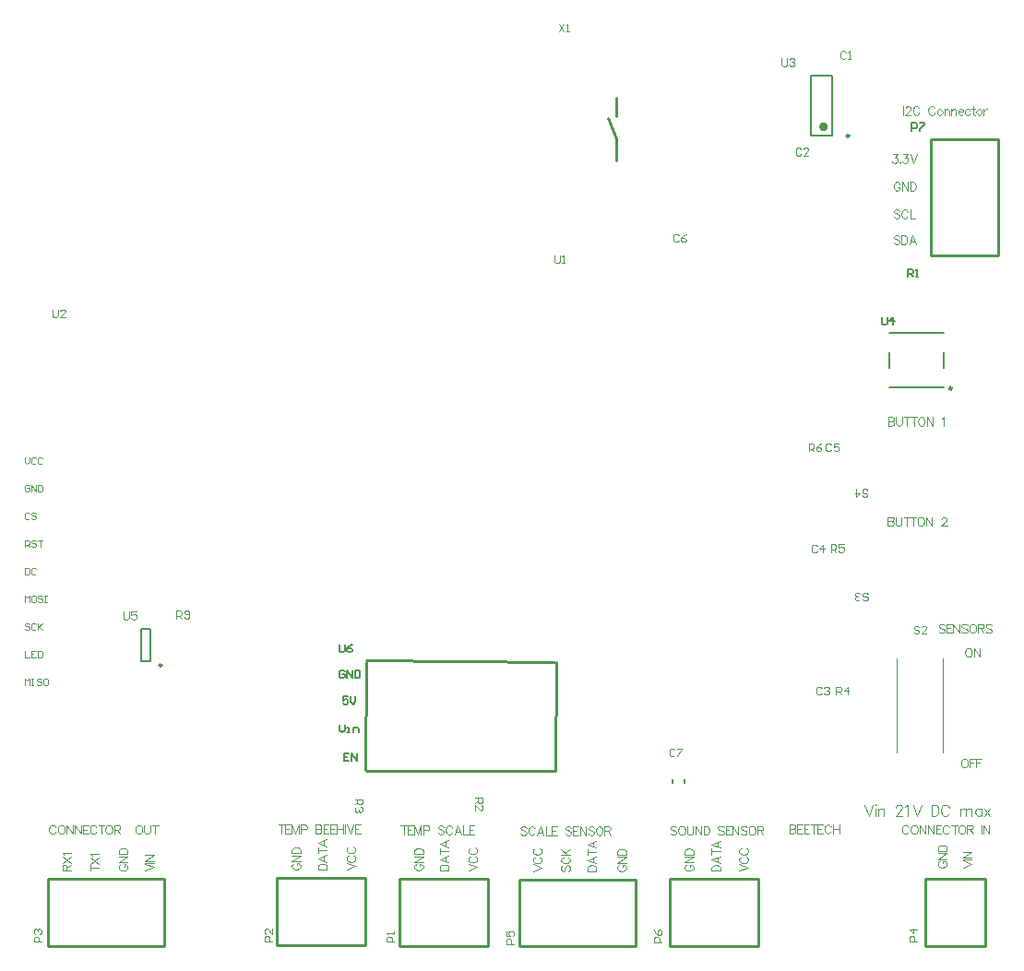
<source format=gto>
G04*
G04 #@! TF.GenerationSoftware,Altium Limited,Altium Designer,21.0.9 (235)*
G04*
G04 Layer_Color=65535*
%FSLAX44Y44*%
%MOMM*%
G71*
G04*
G04 #@! TF.SameCoordinates,C4A1923E-E4D0-4F42-82A5-F12B5E4C3A78*
G04*
G04*
G04 #@! TF.FilePolarity,Positive*
G04*
G01*
G75*
%ADD10C,0.2500*%
%ADD11C,0.4000*%
%ADD12C,0.2540*%
%ADD13C,0.2000*%
%ADD14C,0.1270*%
%ADD15C,0.1000*%
%ADD16C,0.1500*%
D10*
X854194Y512988D02*
G03*
X854194Y512988I-1250J0D01*
G01*
X759900Y744830D02*
G03*
X759900Y744830I-1250J0D01*
G01*
X128868Y258864D02*
G03*
X128868Y258864I-1250J0D01*
G01*
D11*
X738150Y753130D02*
G03*
X738150Y753130I-2000J0D01*
G01*
D12*
X545728Y722642D02*
Y742392D01*
X538228Y761142D02*
X545728Y742392D01*
Y763142D02*
Y779642D01*
X316674Y262936D02*
X489074Y261936D01*
X316674Y161936D02*
X490074D01*
Y162536D02*
X490650Y261921D01*
X316074Y162536D02*
X316651Y261921D01*
X834898Y635108D02*
X896620D01*
X834898Y741788D02*
X896620D01*
Y635108D02*
Y741788D01*
X834898Y635108D02*
Y741788D01*
X829264Y62984D02*
X884890D01*
X829264Y1262D02*
X884890D01*
Y62984D01*
X829264Y1262D02*
Y62984D01*
X24712Y1012D02*
Y62734D01*
X131392Y1012D02*
Y62734D01*
X24712Y1012D02*
X131392D01*
X24712Y62734D02*
X131392D01*
X234737Y1512D02*
Y63234D01*
X316017Y1512D02*
Y63234D01*
X234737Y1512D02*
X316017D01*
X234737Y63234D02*
X316017D01*
X347210Y1262D02*
Y62984D01*
X428490Y1262D02*
Y62984D01*
X347210Y1262D02*
X428490D01*
X347210Y62984D02*
X428490D01*
X457310Y62234D02*
X563990D01*
X457310Y512D02*
X563990D01*
Y62234D01*
X457310Y512D02*
Y62234D01*
X594860Y62484D02*
X676140D01*
X594860Y762D02*
X676140D01*
Y62484D01*
X594860Y762D02*
Y62484D01*
D13*
X608496Y150900D02*
Y153900D01*
X597496Y150900D02*
Y153900D01*
X744150Y745130D02*
Y800130D01*
X724650Y745130D02*
Y800130D01*
Y745130D02*
X744150D01*
X724650Y800130D02*
X744150D01*
X109618Y262114D02*
Y292114D01*
X118618Y262114D02*
Y292114D01*
X109618D02*
X118618D01*
X109618Y262114D02*
X118618D01*
D14*
X846944Y531988D02*
Y545988D01*
X796944Y531988D02*
Y545988D01*
Y513988D02*
X846944D01*
X796944Y563988D02*
X846944D01*
D15*
X845976Y178314D02*
Y265314D01*
X802976Y178314D02*
Y265314D01*
X493377Y847641D02*
X498042Y840643D01*
Y847641D02*
X493377Y840643D01*
X500375D02*
X502707D01*
X501541D01*
Y847641D01*
X500375Y846475D01*
X773922Y130632D02*
X777731Y120634D01*
X781539Y130632D02*
X777731Y120634D01*
X783777Y130632D02*
X784253Y130156D01*
X784729Y130632D01*
X784253Y131108D01*
X783777Y130632D01*
X784253Y127299D02*
Y120634D01*
X786491Y127299D02*
Y120634D01*
Y125395D02*
X787919Y126823D01*
X788871Y127299D01*
X790299D01*
X791252Y126823D01*
X791728Y125395D01*
Y120634D01*
X802678Y128251D02*
Y128728D01*
X803154Y129680D01*
X803630Y130156D01*
X804582Y130632D01*
X806486D01*
X807439Y130156D01*
X807915Y129680D01*
X808391Y128728D01*
Y127775D01*
X807915Y126823D01*
X806963Y125395D01*
X802202Y120634D01*
X808867D01*
X811105Y128728D02*
X812057Y129204D01*
X813485Y130632D01*
Y120634D01*
X818436Y130632D02*
X822245Y120634D01*
X826054Y130632D02*
X822245Y120634D01*
X835195Y130632D02*
Y120634D01*
Y130632D02*
X838527D01*
X839956Y130156D01*
X840908Y129204D01*
X841384Y128251D01*
X841860Y126823D01*
Y124443D01*
X841384Y123014D01*
X840908Y122062D01*
X839956Y121110D01*
X838527Y120634D01*
X835195D01*
X851239Y128251D02*
X850763Y129204D01*
X849810Y130156D01*
X848858Y130632D01*
X846954D01*
X846002Y130156D01*
X845050Y129204D01*
X844574Y128251D01*
X844097Y126823D01*
Y124443D01*
X844574Y123014D01*
X845050Y122062D01*
X846002Y121110D01*
X846954Y120634D01*
X848858D01*
X849810Y121110D01*
X850763Y122062D01*
X851239Y123014D01*
X861903Y127299D02*
Y120634D01*
Y125395D02*
X863331Y126823D01*
X864284Y127299D01*
X865712D01*
X866664Y126823D01*
X867140Y125395D01*
Y120634D01*
Y125395D02*
X868568Y126823D01*
X869520Y127299D01*
X870949D01*
X871901Y126823D01*
X872377Y125395D01*
Y120634D01*
X881232Y127299D02*
Y120634D01*
Y125871D02*
X880280Y126823D01*
X879328Y127299D01*
X877900D01*
X876947Y126823D01*
X875995Y125871D01*
X875519Y124443D01*
Y123490D01*
X875995Y122062D01*
X876947Y121110D01*
X877900Y120634D01*
X879328D01*
X880280Y121110D01*
X881232Y122062D01*
X883898Y127299D02*
X889135Y120634D01*
Y127299D02*
X883898Y120634D01*
X799738Y727976D02*
X803928D01*
X801643Y724929D01*
X802785D01*
X803547Y724548D01*
X803928Y724167D01*
X804309Y723024D01*
Y722263D01*
X803928Y721120D01*
X803166Y720358D01*
X802023Y719977D01*
X800881D01*
X799738Y720358D01*
X799357Y720739D01*
X798976Y721501D01*
X806479Y720739D02*
X806099Y720358D01*
X806479Y719977D01*
X806860Y720358D01*
X806479Y720739D01*
X809374Y727976D02*
X813564D01*
X811279Y724929D01*
X812421D01*
X813183Y724548D01*
X813564Y724167D01*
X813945Y723024D01*
Y722263D01*
X813564Y721120D01*
X812802Y720358D01*
X811659Y719977D01*
X810517D01*
X809374Y720358D01*
X808993Y720739D01*
X808612Y721501D01*
X815735Y727976D02*
X818782Y719977D01*
X821829Y727976D02*
X818782Y719977D01*
X806305Y700622D02*
X805924Y701384D01*
X805162Y702145D01*
X804401Y702526D01*
X802877D01*
X802115Y702145D01*
X801354Y701384D01*
X800973Y700622D01*
X800592Y699479D01*
Y697575D01*
X800973Y696432D01*
X801354Y695671D01*
X802115Y694909D01*
X802877Y694528D01*
X804401D01*
X805162Y694909D01*
X805924Y695671D01*
X806305Y696432D01*
Y697575D01*
X804401D02*
X806305D01*
X808133Y702526D02*
Y694528D01*
Y702526D02*
X813465Y694528D01*
Y702526D02*
Y694528D01*
X815675Y702526D02*
Y694528D01*
Y702526D02*
X818341D01*
X819483Y702145D01*
X820245Y701384D01*
X820626Y700622D01*
X821007Y699479D01*
Y697575D01*
X820626Y696432D01*
X820245Y695671D01*
X819483Y694909D01*
X818341Y694528D01*
X815675D01*
X805924Y675984D02*
X805162Y676745D01*
X804020Y677126D01*
X802496D01*
X801354Y676745D01*
X800592Y675984D01*
Y675222D01*
X800973Y674460D01*
X801354Y674079D01*
X802115Y673698D01*
X804401Y672937D01*
X805162Y672556D01*
X805543Y672175D01*
X805924Y671413D01*
Y670271D01*
X805162Y669509D01*
X804020Y669128D01*
X802496D01*
X801354Y669509D01*
X800592Y670271D01*
X813427Y675222D02*
X813046Y675984D01*
X812285Y676745D01*
X811523Y677126D01*
X809999D01*
X809238Y676745D01*
X808476Y675984D01*
X808095Y675222D01*
X807714Y674079D01*
Y672175D01*
X808095Y671032D01*
X808476Y670271D01*
X809238Y669509D01*
X809999Y669128D01*
X811523D01*
X812285Y669509D01*
X813046Y670271D01*
X813427Y671032D01*
X815675Y677126D02*
Y669128D01*
X820245D01*
X805924Y652254D02*
X805162Y653015D01*
X804020Y653396D01*
X802496D01*
X801354Y653015D01*
X800592Y652254D01*
Y651492D01*
X800973Y650730D01*
X801354Y650349D01*
X802115Y649968D01*
X804401Y649207D01*
X805162Y648826D01*
X805543Y648445D01*
X805924Y647683D01*
Y646541D01*
X805162Y645779D01*
X804020Y645398D01*
X802496D01*
X801354Y645779D01*
X800592Y646541D01*
X807714Y653396D02*
Y645398D01*
Y653396D02*
X810380D01*
X811523Y653015D01*
X812285Y652254D01*
X812666Y651492D01*
X813046Y650349D01*
Y648445D01*
X812666Y647302D01*
X812285Y646541D01*
X811523Y645779D01*
X810380Y645398D01*
X807714D01*
X820930D02*
X817884Y653396D01*
X814837Y645398D01*
X815979Y648064D02*
X819788D01*
X809482Y772014D02*
Y764016D01*
X811539Y770110D02*
Y770491D01*
X811920Y771253D01*
X812300Y771633D01*
X813062Y772014D01*
X814586D01*
X815347Y771633D01*
X815728Y771253D01*
X816109Y770491D01*
Y769729D01*
X815728Y768967D01*
X814967Y767825D01*
X811158Y764016D01*
X816490D01*
X823993Y770110D02*
X823612Y770872D01*
X822851Y771633D01*
X822089Y772014D01*
X820565D01*
X819804Y771633D01*
X819042Y770872D01*
X818661Y770110D01*
X818280Y768967D01*
Y767063D01*
X818661Y765920D01*
X819042Y765159D01*
X819804Y764397D01*
X820565Y764016D01*
X822089D01*
X822851Y764397D01*
X823612Y765159D01*
X823993Y765920D01*
X838238Y770110D02*
X837857Y770872D01*
X837095Y771633D01*
X836333Y772014D01*
X834810D01*
X834048Y771633D01*
X833286Y770872D01*
X832906Y770110D01*
X832525Y768967D01*
Y767063D01*
X832906Y765920D01*
X833286Y765159D01*
X834048Y764397D01*
X834810Y764016D01*
X836333D01*
X837095Y764397D01*
X837857Y765159D01*
X838238Y765920D01*
X842389Y769348D02*
X841628Y768967D01*
X840866Y768206D01*
X840485Y767063D01*
Y766301D01*
X840866Y765159D01*
X841628Y764397D01*
X842389Y764016D01*
X843532D01*
X844294Y764397D01*
X845055Y765159D01*
X845436Y766301D01*
Y767063D01*
X845055Y768206D01*
X844294Y768967D01*
X843532Y769348D01*
X842389D01*
X847188D02*
Y764016D01*
Y767825D02*
X848331Y768967D01*
X849093Y769348D01*
X850235D01*
X850997Y768967D01*
X851378Y767825D01*
Y764016D01*
X853473Y769348D02*
Y764016D01*
Y767825D02*
X854615Y768967D01*
X855377Y769348D01*
X856520D01*
X857281Y768967D01*
X857662Y767825D01*
Y764016D01*
X859757Y767063D02*
X864327D01*
Y767825D01*
X863947Y768586D01*
X863566Y768967D01*
X862804Y769348D01*
X861661D01*
X860900Y768967D01*
X860138Y768206D01*
X859757Y767063D01*
Y766301D01*
X860138Y765159D01*
X860900Y764397D01*
X861661Y764016D01*
X862804D01*
X863566Y764397D01*
X864327Y765159D01*
X870612Y768206D02*
X869850Y768967D01*
X869088Y769348D01*
X867946D01*
X867184Y768967D01*
X866422Y768206D01*
X866041Y767063D01*
Y766301D01*
X866422Y765159D01*
X867184Y764397D01*
X867946Y764016D01*
X869088D01*
X869850Y764397D01*
X870612Y765159D01*
X873468Y772014D02*
Y765539D01*
X873849Y764397D01*
X874611Y764016D01*
X875373D01*
X872326Y769348D02*
X874992D01*
X878420D02*
X877658Y768967D01*
X876896Y768206D01*
X876515Y767063D01*
Y766301D01*
X876896Y765159D01*
X877658Y764397D01*
X878420Y764016D01*
X879562D01*
X880324Y764397D01*
X881086Y765159D01*
X881467Y766301D01*
Y767063D01*
X881086Y768206D01*
X880324Y768967D01*
X879562Y769348D01*
X878420D01*
X883219D02*
Y764016D01*
Y767063D02*
X883599Y768206D01*
X884361Y768967D01*
X885123Y769348D01*
X886266D01*
X3302Y240538D02*
Y246536D01*
X5301Y244537D01*
X7301Y246536D01*
Y240538D01*
X9300Y246536D02*
X11299D01*
X10300D01*
Y240538D01*
X9300D01*
X11299D01*
X18297Y245536D02*
X17298Y246536D01*
X15298D01*
X14298Y245536D01*
Y244537D01*
X15298Y243537D01*
X17298D01*
X18297Y242537D01*
Y241538D01*
X17298Y240538D01*
X15298D01*
X14298Y241538D01*
X23296Y246536D02*
X21296D01*
X20296Y245536D01*
Y241538D01*
X21296Y240538D01*
X23296D01*
X24295Y241538D01*
Y245536D01*
X23296Y246536D01*
X3302Y316738D02*
Y322736D01*
X5301Y320737D01*
X7301Y322736D01*
Y316738D01*
X12299Y322736D02*
X10300D01*
X9300Y321736D01*
Y317738D01*
X10300Y316738D01*
X12299D01*
X13299Y317738D01*
Y321736D01*
X12299Y322736D01*
X19297Y321736D02*
X18297Y322736D01*
X16298D01*
X15298Y321736D01*
Y320737D01*
X16298Y319737D01*
X18297D01*
X19297Y318737D01*
Y317738D01*
X18297Y316738D01*
X16298D01*
X15298Y317738D01*
X21296Y322736D02*
X23296D01*
X22296D01*
Y316738D01*
X21296D01*
X23296D01*
X7301Y296336D02*
X6301Y297336D01*
X4302D01*
X3302Y296336D01*
Y295337D01*
X4302Y294337D01*
X6301D01*
X7301Y293337D01*
Y292338D01*
X6301Y291338D01*
X4302D01*
X3302Y292338D01*
X13299Y296336D02*
X12299Y297336D01*
X10300D01*
X9300Y296336D01*
Y292338D01*
X10300Y291338D01*
X12299D01*
X13299Y292338D01*
X15298Y297336D02*
Y291338D01*
Y293337D01*
X19297Y297336D01*
X16298Y294337D01*
X19297Y291338D01*
X3302Y271936D02*
Y265938D01*
X7301D01*
X13299Y271936D02*
X9300D01*
Y265938D01*
X13299D01*
X9300Y268937D02*
X11299D01*
X15298Y271936D02*
Y265938D01*
X18297D01*
X19297Y266938D01*
Y270936D01*
X18297Y271936D01*
X15298D01*
X7301Y397936D02*
X6301Y398936D01*
X4302D01*
X3302Y397936D01*
Y393938D01*
X4302Y392938D01*
X6301D01*
X7301Y393938D01*
X13299Y397936D02*
X12299Y398936D01*
X10300D01*
X9300Y397936D01*
Y396937D01*
X10300Y395937D01*
X12299D01*
X13299Y394937D01*
Y393938D01*
X12299Y392938D01*
X10300D01*
X9300Y393938D01*
X7301Y423336D02*
X6301Y424336D01*
X4302D01*
X3302Y423336D01*
Y419338D01*
X4302Y418338D01*
X6301D01*
X7301Y419338D01*
Y421337D01*
X5301D01*
X9300Y418338D02*
Y424336D01*
X13299Y418338D01*
Y424336D01*
X15298D02*
Y418338D01*
X18297D01*
X19297Y419338D01*
Y423336D01*
X18297Y424336D01*
X15298D01*
X3302Y449736D02*
Y445737D01*
X5301Y443738D01*
X7301Y445737D01*
Y449736D01*
X13299Y448736D02*
X12299Y449736D01*
X10300D01*
X9300Y448736D01*
Y444738D01*
X10300Y443738D01*
X12299D01*
X13299Y444738D01*
X19297Y448736D02*
X18297Y449736D01*
X16298D01*
X15298Y448736D01*
Y444738D01*
X16298Y443738D01*
X18297D01*
X19297Y444738D01*
X3302Y367538D02*
Y373536D01*
X6301D01*
X7301Y372536D01*
Y370537D01*
X6301Y369537D01*
X3302D01*
X5301D02*
X7301Y367538D01*
X13299Y372536D02*
X12299Y373536D01*
X10300D01*
X9300Y372536D01*
Y371537D01*
X10300Y370537D01*
X12299D01*
X13299Y369537D01*
Y368538D01*
X12299Y367538D01*
X10300D01*
X9300Y368538D01*
X15298Y373536D02*
X19297D01*
X17298D01*
Y367538D01*
X3302Y348136D02*
Y342138D01*
X6301D01*
X7301Y343138D01*
Y347136D01*
X6301Y348136D01*
X3302D01*
X13299Y347136D02*
X12299Y348136D01*
X10300D01*
X9300Y347136D01*
Y343138D01*
X10300Y342138D01*
X12299D01*
X13299Y343138D01*
X864919Y172828D02*
X864157Y172447D01*
X863396Y171686D01*
X863015Y170924D01*
X862634Y169781D01*
Y167877D01*
X863015Y166734D01*
X863396Y165973D01*
X864157Y165211D01*
X864919Y164830D01*
X866443D01*
X867204Y165211D01*
X867966Y165973D01*
X868347Y166734D01*
X868728Y167877D01*
Y169781D01*
X868347Y170924D01*
X867966Y171686D01*
X867204Y172447D01*
X866443Y172828D01*
X864919D01*
X870594D02*
Y164830D01*
Y172828D02*
X875546D01*
X870594Y169020D02*
X873641D01*
X876460Y172828D02*
Y164830D01*
Y172828D02*
X881411D01*
X876460Y169020D02*
X879507D01*
X868419Y274312D02*
X867657Y273931D01*
X866896Y273170D01*
X866515Y272408D01*
X866134Y271265D01*
Y269361D01*
X866515Y268218D01*
X866896Y267457D01*
X867657Y266695D01*
X868419Y266314D01*
X869943D01*
X870704Y266695D01*
X871466Y267457D01*
X871847Y268218D01*
X872228Y269361D01*
Y271265D01*
X871847Y272408D01*
X871466Y273170D01*
X870704Y273931D01*
X869943Y274312D01*
X868419D01*
X874094D02*
Y266314D01*
Y274312D02*
X879426Y266314D01*
Y274312D02*
Y266314D01*
X847326Y295491D02*
X846564Y296253D01*
X845422Y296633D01*
X843898D01*
X842756Y296253D01*
X841994Y295491D01*
Y294729D01*
X842375Y293967D01*
X842756Y293587D01*
X843518Y293206D01*
X845803Y292444D01*
X846564Y292063D01*
X846945Y291682D01*
X847326Y290920D01*
Y289778D01*
X846564Y289016D01*
X845422Y288635D01*
X843898D01*
X842756Y289016D01*
X841994Y289778D01*
X854068Y296633D02*
X849116D01*
Y288635D01*
X854068D01*
X849116Y292825D02*
X852163D01*
X855401Y296633D02*
Y288635D01*
Y296633D02*
X860733Y288635D01*
Y296633D02*
Y288635D01*
X868274Y295491D02*
X867512Y296253D01*
X866370Y296633D01*
X864846D01*
X863704Y296253D01*
X862942Y295491D01*
Y294729D01*
X863323Y293967D01*
X863704Y293587D01*
X864465Y293206D01*
X866751Y292444D01*
X867512Y292063D01*
X867893Y291682D01*
X868274Y290920D01*
Y289778D01*
X867512Y289016D01*
X866370Y288635D01*
X864846D01*
X863704Y289016D01*
X862942Y289778D01*
X872349Y296633D02*
X871588Y296253D01*
X870826Y295491D01*
X870445Y294729D01*
X870064Y293587D01*
Y291682D01*
X870445Y290539D01*
X870826Y289778D01*
X871588Y289016D01*
X872349Y288635D01*
X873873D01*
X874635Y289016D01*
X875396Y289778D01*
X875777Y290539D01*
X876158Y291682D01*
Y293587D01*
X875777Y294729D01*
X875396Y295491D01*
X874635Y296253D01*
X873873Y296633D01*
X872349D01*
X878024D02*
Y288635D01*
Y296633D02*
X881452D01*
X882595Y296253D01*
X882976Y295872D01*
X883357Y295110D01*
Y294348D01*
X882976Y293587D01*
X882595Y293206D01*
X881452Y292825D01*
X878024D01*
X880691D02*
X883357Y288635D01*
X890479Y295491D02*
X889717Y296253D01*
X888575Y296633D01*
X887051D01*
X885908Y296253D01*
X885147Y295491D01*
Y294729D01*
X885528Y293967D01*
X885908Y293587D01*
X886670Y293206D01*
X888955Y292444D01*
X889717Y292063D01*
X890098Y291682D01*
X890479Y290920D01*
Y289778D01*
X889717Y289016D01*
X888575Y288635D01*
X887051D01*
X885908Y289016D01*
X885147Y289778D01*
X795726Y486632D02*
Y478634D01*
Y486632D02*
X799154D01*
X800296Y486251D01*
X800677Y485871D01*
X801058Y485109D01*
Y484347D01*
X800677Y483585D01*
X800296Y483204D01*
X799154Y482824D01*
X795726D02*
X799154D01*
X800296Y482443D01*
X800677Y482062D01*
X801058Y481300D01*
Y480158D01*
X800677Y479396D01*
X800296Y479015D01*
X799154Y478634D01*
X795726D01*
X802848Y486632D02*
Y480919D01*
X803229Y479777D01*
X803991Y479015D01*
X805134Y478634D01*
X805895D01*
X807038Y479015D01*
X807800Y479777D01*
X808180Y480919D01*
Y486632D01*
X813056D02*
Y478634D01*
X810389Y486632D02*
X815722D01*
X819340D02*
Y478634D01*
X816674Y486632D02*
X822006D01*
X825244D02*
X824482Y486251D01*
X823720Y485490D01*
X823339Y484728D01*
X822958Y483585D01*
Y481681D01*
X823339Y480538D01*
X823720Y479777D01*
X824482Y479015D01*
X825244Y478634D01*
X826767D01*
X827529Y479015D01*
X828290Y479777D01*
X828671Y480538D01*
X829052Y481681D01*
Y483585D01*
X828671Y484728D01*
X828290Y485490D01*
X827529Y486251D01*
X826767Y486632D01*
X825244D01*
X830919D02*
Y478634D01*
Y486632D02*
X836251Y478634D01*
Y486632D02*
Y478634D01*
X844744Y485109D02*
X845506Y485490D01*
X846648Y486632D01*
Y478634D01*
X795226Y394882D02*
Y386884D01*
Y394882D02*
X798654D01*
X799796Y394501D01*
X800177Y394120D01*
X800558Y393359D01*
Y392597D01*
X800177Y391835D01*
X799796Y391454D01*
X798654Y391074D01*
X795226D02*
X798654D01*
X799796Y390693D01*
X800177Y390312D01*
X800558Y389550D01*
Y388408D01*
X800177Y387646D01*
X799796Y387265D01*
X798654Y386884D01*
X795226D01*
X802348Y394882D02*
Y389169D01*
X802729Y388027D01*
X803491Y387265D01*
X804633Y386884D01*
X805395D01*
X806538Y387265D01*
X807300Y388027D01*
X807681Y389169D01*
Y394882D01*
X812556D02*
Y386884D01*
X809890Y394882D02*
X815222D01*
X818840D02*
Y386884D01*
X816174Y394882D02*
X821506D01*
X824743D02*
X823982Y394501D01*
X823220Y393740D01*
X822839Y392978D01*
X822458Y391835D01*
Y389931D01*
X822839Y388788D01*
X823220Y388027D01*
X823982Y387265D01*
X824743Y386884D01*
X826267D01*
X827029Y387265D01*
X827791Y388027D01*
X828171Y388788D01*
X828552Y389931D01*
Y391835D01*
X828171Y392978D01*
X827791Y393740D01*
X827029Y394501D01*
X826267Y394882D01*
X824743D01*
X830418D02*
Y386884D01*
Y394882D02*
X835751Y386884D01*
Y394882D02*
Y386884D01*
X844625Y392978D02*
Y393359D01*
X845006Y394120D01*
X845387Y394501D01*
X846149Y394882D01*
X847672D01*
X848434Y394501D01*
X848815Y394120D01*
X849195Y393359D01*
Y392597D01*
X848815Y391835D01*
X848053Y390693D01*
X844244Y386884D01*
X849576D01*
X704969Y112498D02*
Y104500D01*
Y112498D02*
X708397D01*
X709540Y112117D01*
X709921Y111737D01*
X710301Y110975D01*
Y110213D01*
X709921Y109451D01*
X709540Y109070D01*
X708397Y108690D01*
X704969D02*
X708397D01*
X709540Y108309D01*
X709921Y107928D01*
X710301Y107166D01*
Y106024D01*
X709921Y105262D01*
X709540Y104881D01*
X708397Y104500D01*
X704969D01*
X717043Y112498D02*
X712092D01*
Y104500D01*
X717043D01*
X712092Y108690D02*
X715138D01*
X723327Y112498D02*
X718376D01*
Y104500D01*
X723327D01*
X718376Y108690D02*
X721423D01*
X727326Y112498D02*
Y104500D01*
X724660Y112498D02*
X729992D01*
X735896D02*
X730945D01*
Y104500D01*
X735896D01*
X730945Y108690D02*
X733992D01*
X742942Y110594D02*
X742561Y111356D01*
X741799Y112117D01*
X741038Y112498D01*
X739514D01*
X738753Y112117D01*
X737991Y111356D01*
X737610Y110594D01*
X737229Y109451D01*
Y107547D01*
X737610Y106404D01*
X737991Y105643D01*
X738753Y104881D01*
X739514Y104500D01*
X741038D01*
X741799Y104881D01*
X742561Y105643D01*
X742942Y106404D01*
X745189Y112498D02*
Y104500D01*
X750521Y112498D02*
Y104500D01*
X745189Y108690D02*
X750521D01*
X864254Y73136D02*
X872252Y76183D01*
X864254Y79230D02*
X872252Y76183D01*
X864254Y80258D02*
X872252D01*
X864254Y81934D02*
X872252D01*
X864254D02*
X872252Y87266D01*
X864254D02*
X872252D01*
X843044Y78849D02*
X842282Y78468D01*
X841520Y77706D01*
X841140Y76945D01*
Y75421D01*
X841520Y74660D01*
X842282Y73898D01*
X843044Y73517D01*
X844187Y73136D01*
X846091D01*
X847234Y73517D01*
X847995Y73898D01*
X848757Y74660D01*
X849138Y75421D01*
Y76945D01*
X848757Y77706D01*
X847995Y78468D01*
X847234Y78849D01*
X846091D01*
Y76945D02*
Y78849D01*
X841140Y80677D02*
X849138D01*
X841140D02*
X849138Y86009D01*
X841140D02*
X849138D01*
X841140Y88218D02*
X849138D01*
X841140D02*
Y90885D01*
X841520Y92027D01*
X842282Y92789D01*
X843044Y93170D01*
X844187Y93551D01*
X846091D01*
X847234Y93170D01*
X847995Y92789D01*
X848757Y92027D01*
X849138Y90885D01*
Y88218D01*
X519752Y69720D02*
X527750D01*
X519752D02*
Y72386D01*
X520132Y73529D01*
X520894Y74290D01*
X521656Y74671D01*
X522799Y75052D01*
X524703D01*
X525846Y74671D01*
X526607Y74290D01*
X527369Y73529D01*
X527750Y72386D01*
Y69720D01*
Y82936D02*
X519752Y79889D01*
X527750Y76842D01*
X525084Y77985D02*
Y81794D01*
X519752Y87469D02*
X527750D01*
X519752Y84803D02*
Y90135D01*
X527750Y97181D02*
X519752Y94134D01*
X527750Y91087D01*
X525084Y92229D02*
Y96038D01*
X496644Y75052D02*
X495882Y74290D01*
X495502Y73148D01*
Y71624D01*
X495882Y70482D01*
X496644Y69720D01*
X497406D01*
X498168Y70101D01*
X498549Y70482D01*
X498929Y71244D01*
X499691Y73529D01*
X500072Y74290D01*
X500453Y74671D01*
X501215Y75052D01*
X502357D01*
X503119Y74290D01*
X503500Y73148D01*
Y71624D01*
X503119Y70482D01*
X502357Y69720D01*
X497406Y82555D02*
X496644Y82175D01*
X495882Y81413D01*
X495502Y80651D01*
Y79128D01*
X495882Y78366D01*
X496644Y77604D01*
X497406Y77223D01*
X498549Y76842D01*
X500453D01*
X501596Y77223D01*
X502357Y77604D01*
X503119Y78366D01*
X503500Y79128D01*
Y80651D01*
X503119Y81413D01*
X502357Y82175D01*
X501596Y82555D01*
X495502Y84803D02*
X503500D01*
X495502Y90135D02*
X500834Y84803D01*
X498929Y86707D02*
X503500Y90135D01*
X633502Y69970D02*
X641500D01*
X633502D02*
Y72636D01*
X633883Y73779D01*
X634644Y74541D01*
X635406Y74921D01*
X636549Y75302D01*
X638453D01*
X639596Y74921D01*
X640357Y74541D01*
X641119Y73779D01*
X641500Y72636D01*
Y69970D01*
Y83186D02*
X633502Y80139D01*
X641500Y77092D01*
X638834Y78235D02*
Y82044D01*
X633502Y87719D02*
X641500D01*
X633502Y85052D02*
Y90385D01*
X641500Y97431D02*
X633502Y94384D01*
X641500Y91337D01*
X638834Y92479D02*
Y96288D01*
X384300Y70470D02*
X392298D01*
X384300D02*
Y73136D01*
X384680Y74279D01*
X385442Y75040D01*
X386204Y75421D01*
X387347Y75802D01*
X389251D01*
X390394Y75421D01*
X391155Y75040D01*
X391917Y74279D01*
X392298Y73136D01*
Y70470D01*
Y83686D02*
X384300Y80639D01*
X392298Y77592D01*
X389632Y78735D02*
Y82544D01*
X384300Y88219D02*
X392298D01*
X384300Y85553D02*
Y90885D01*
X392298Y97931D02*
X384300Y94884D01*
X392298Y91837D01*
X389632Y92979D02*
Y96788D01*
X362656Y76183D02*
X361894Y75802D01*
X361133Y75040D01*
X360752Y74279D01*
Y72755D01*
X361133Y71993D01*
X361894Y71232D01*
X362656Y70851D01*
X363799Y70470D01*
X365703D01*
X366846Y70851D01*
X367607Y71232D01*
X368369Y71993D01*
X368750Y72755D01*
Y74279D01*
X368369Y75040D01*
X367607Y75802D01*
X366846Y76183D01*
X365703D01*
Y74279D02*
Y76183D01*
X360752Y78011D02*
X368750D01*
X360752D02*
X368750Y83343D01*
X360752D02*
X368750D01*
X360752Y85553D02*
X368750D01*
X360752D02*
Y88219D01*
X361133Y89361D01*
X361894Y90123D01*
X362656Y90504D01*
X363799Y90885D01*
X365703D01*
X366846Y90504D01*
X367607Y90123D01*
X368369Y89361D01*
X368750Y88219D01*
Y85553D01*
X610656Y75683D02*
X609894Y75302D01*
X609132Y74540D01*
X608752Y73779D01*
Y72255D01*
X609132Y71494D01*
X609894Y70732D01*
X610656Y70351D01*
X611799Y69970D01*
X613703D01*
X614846Y70351D01*
X615607Y70732D01*
X616369Y71494D01*
X616750Y72255D01*
Y73779D01*
X616369Y74540D01*
X615607Y75302D01*
X614846Y75683D01*
X613703D01*
Y73779D02*
Y75683D01*
X608752Y77511D02*
X616750D01*
X608752D02*
X616750Y82843D01*
X608752D02*
X616750D01*
X608752Y85052D02*
X616750D01*
X608752D02*
Y87719D01*
X609132Y88861D01*
X609894Y89623D01*
X610656Y90004D01*
X611799Y90385D01*
X613703D01*
X614846Y90004D01*
X615607Y89623D01*
X616369Y88861D01*
X616750Y87719D01*
Y85052D01*
X548906Y75433D02*
X548144Y75052D01*
X547383Y74290D01*
X547002Y73529D01*
Y72005D01*
X547383Y71244D01*
X548144Y70482D01*
X548906Y70101D01*
X550049Y69720D01*
X551953D01*
X553096Y70101D01*
X553857Y70482D01*
X554619Y71244D01*
X555000Y72005D01*
Y73529D01*
X554619Y74290D01*
X553857Y75052D01*
X553096Y75433D01*
X551953D01*
Y73529D02*
Y75433D01*
X547002Y77261D02*
X555000D01*
X547002D02*
X555000Y82593D01*
X547002D02*
X555000D01*
X547002Y84803D02*
X555000D01*
X547002D02*
Y87469D01*
X547383Y88611D01*
X548144Y89373D01*
X548906Y89754D01*
X550049Y90135D01*
X551953D01*
X553096Y89754D01*
X553857Y89373D01*
X554619Y88611D01*
X555000Y87469D01*
Y84803D01*
X469752Y69720D02*
X477750Y72767D01*
X469752Y75814D02*
X477750Y72767D01*
X471656Y82555D02*
X470894Y82175D01*
X470133Y81413D01*
X469752Y80651D01*
Y79127D01*
X470133Y78366D01*
X470894Y77604D01*
X471656Y77223D01*
X472799Y76842D01*
X474703D01*
X475846Y77223D01*
X476607Y77604D01*
X477369Y78366D01*
X477750Y79127D01*
Y80651D01*
X477369Y81413D01*
X476607Y82175D01*
X475846Y82555D01*
X471656Y90516D02*
X470894Y90135D01*
X470133Y89373D01*
X469752Y88611D01*
Y87088D01*
X470133Y86326D01*
X470894Y85564D01*
X471656Y85183D01*
X472799Y84803D01*
X474703D01*
X475846Y85183D01*
X476607Y85564D01*
X477369Y86326D01*
X477750Y87088D01*
Y88611D01*
X477369Y89373D01*
X476607Y90135D01*
X475846Y90516D01*
X659002Y69970D02*
X667000Y73017D01*
X659002Y76064D02*
X667000Y73017D01*
X660906Y82805D02*
X660144Y82424D01*
X659382Y81663D01*
X659002Y80901D01*
Y79377D01*
X659382Y78616D01*
X660144Y77854D01*
X660906Y77473D01*
X662049Y77092D01*
X663953D01*
X665096Y77473D01*
X665857Y77854D01*
X666619Y78616D01*
X667000Y79377D01*
Y80901D01*
X666619Y81663D01*
X665857Y82424D01*
X665096Y82805D01*
X660906Y90766D02*
X660144Y90385D01*
X659382Y89623D01*
X659002Y88861D01*
Y87338D01*
X659382Y86576D01*
X660144Y85814D01*
X660906Y85433D01*
X662049Y85052D01*
X663953D01*
X665096Y85433D01*
X665857Y85814D01*
X666619Y86576D01*
X667000Y87338D01*
Y88861D01*
X666619Y89623D01*
X665857Y90385D01*
X665096Y90766D01*
X410252Y70470D02*
X418250Y73517D01*
X410252Y76564D02*
X418250Y73517D01*
X412156Y83305D02*
X411394Y82924D01*
X410633Y82163D01*
X410252Y81401D01*
Y79878D01*
X410633Y79116D01*
X411394Y78354D01*
X412156Y77973D01*
X413299Y77592D01*
X415203D01*
X416346Y77973D01*
X417107Y78354D01*
X417869Y79116D01*
X418250Y79878D01*
Y81401D01*
X417869Y82163D01*
X417107Y82924D01*
X416346Y83305D01*
X412156Y91266D02*
X411394Y90885D01*
X410633Y90123D01*
X410252Y89361D01*
Y87838D01*
X410633Y87076D01*
X411394Y86314D01*
X412156Y85933D01*
X413299Y85553D01*
X415203D01*
X416346Y85933D01*
X417107Y86314D01*
X417869Y87076D01*
X418250Y87838D01*
Y89361D01*
X417869Y90123D01*
X417107Y90885D01*
X416346Y91266D01*
X298752Y71220D02*
X306750Y74267D01*
X298752Y77314D02*
X306750Y74267D01*
X300656Y84055D02*
X299894Y83674D01*
X299132Y82913D01*
X298752Y82151D01*
Y80627D01*
X299132Y79866D01*
X299894Y79104D01*
X300656Y78723D01*
X301799Y78342D01*
X303703D01*
X304846Y78723D01*
X305607Y79104D01*
X306369Y79866D01*
X306750Y80627D01*
Y82151D01*
X306369Y82913D01*
X305607Y83674D01*
X304846Y84055D01*
X300656Y92015D02*
X299894Y91635D01*
X299132Y90873D01*
X298752Y90111D01*
Y88588D01*
X299132Y87826D01*
X299894Y87064D01*
X300656Y86683D01*
X301799Y86302D01*
X303703D01*
X304846Y86683D01*
X305607Y87064D01*
X306369Y87826D01*
X306750Y88588D01*
Y90111D01*
X306369Y90873D01*
X305607Y91635D01*
X304846Y92015D01*
X272502Y71220D02*
X280500D01*
X272502D02*
Y73886D01*
X272883Y75029D01*
X273644Y75791D01*
X274406Y76171D01*
X275549Y76552D01*
X277453D01*
X278596Y76171D01*
X279357Y75791D01*
X280119Y75029D01*
X280500Y73886D01*
Y71220D01*
Y84436D02*
X272502Y81389D01*
X280500Y78342D01*
X277834Y79485D02*
Y83294D01*
X272502Y88969D02*
X280500D01*
X272502Y86302D02*
Y91635D01*
X280500Y98681D02*
X272502Y95634D01*
X280500Y92587D01*
X277834Y93729D02*
Y97538D01*
X250152Y76933D02*
X249390Y76552D01*
X248629Y75791D01*
X248248Y75029D01*
Y73505D01*
X248629Y72744D01*
X249390Y71982D01*
X250152Y71601D01*
X251295Y71220D01*
X253199D01*
X254342Y71601D01*
X255103Y71982D01*
X255865Y72744D01*
X256246Y73505D01*
Y75029D01*
X255865Y75791D01*
X255103Y76552D01*
X254342Y76933D01*
X253199D01*
Y75029D02*
Y76933D01*
X248248Y78761D02*
X256246D01*
X248248D02*
X256246Y84094D01*
X248248D02*
X256246D01*
X248248Y86302D02*
X256246D01*
X248248D02*
Y88969D01*
X248629Y90111D01*
X249390Y90873D01*
X250152Y91254D01*
X251295Y91635D01*
X253199D01*
X254342Y91254D01*
X255103Y90873D01*
X255865Y90111D01*
X256246Y88969D01*
Y86302D01*
X814179Y110094D02*
X813798Y110856D01*
X813036Y111617D01*
X812275Y111998D01*
X810751D01*
X809989Y111617D01*
X809228Y110856D01*
X808847Y110094D01*
X808466Y108951D01*
Y107047D01*
X808847Y105904D01*
X809228Y105143D01*
X809989Y104381D01*
X810751Y104000D01*
X812275D01*
X813036Y104381D01*
X813798Y105143D01*
X814179Y105904D01*
X818711Y111998D02*
X817950Y111617D01*
X817188Y110856D01*
X816807Y110094D01*
X816426Y108951D01*
Y107047D01*
X816807Y105904D01*
X817188Y105143D01*
X817950Y104381D01*
X818711Y104000D01*
X820235D01*
X820997Y104381D01*
X821758Y105143D01*
X822139Y105904D01*
X822520Y107047D01*
Y108951D01*
X822139Y110094D01*
X821758Y110856D01*
X820997Y111617D01*
X820235Y111998D01*
X818711D01*
X824386D02*
Y104000D01*
Y111998D02*
X829719Y104000D01*
Y111998D02*
Y104000D01*
X831928Y111998D02*
Y104000D01*
Y111998D02*
X837260Y104000D01*
Y111998D02*
Y104000D01*
X844420Y111998D02*
X839469D01*
Y104000D01*
X844420D01*
X839469Y108190D02*
X842516D01*
X851466Y110094D02*
X851086Y110856D01*
X850324Y111617D01*
X849562Y111998D01*
X848038D01*
X847277Y111617D01*
X846515Y110856D01*
X846134Y110094D01*
X845753Y108951D01*
Y107047D01*
X846134Y105904D01*
X846515Y105143D01*
X847277Y104381D01*
X848038Y104000D01*
X849562D01*
X850324Y104381D01*
X851086Y105143D01*
X851466Y105904D01*
X856380Y111998D02*
Y104000D01*
X853714Y111998D02*
X859046D01*
X862283D02*
X861521Y111617D01*
X860760Y110856D01*
X860379Y110094D01*
X859998Y108951D01*
Y107047D01*
X860379Y105904D01*
X860760Y105143D01*
X861521Y104381D01*
X862283Y104000D01*
X863807D01*
X864568Y104381D01*
X865330Y105143D01*
X865711Y105904D01*
X866092Y107047D01*
Y108951D01*
X865711Y110094D01*
X865330Y110856D01*
X864568Y111617D01*
X863807Y111998D01*
X862283D01*
X867958D02*
Y104000D01*
Y111998D02*
X871386D01*
X872529Y111617D01*
X872909Y111237D01*
X873290Y110475D01*
Y109713D01*
X872909Y108951D01*
X872529Y108570D01*
X871386Y108190D01*
X867958D01*
X870624D02*
X873290Y104000D01*
X881365Y111998D02*
Y104000D01*
X883041Y111998D02*
Y104000D01*
Y111998D02*
X888373Y104000D01*
Y111998D02*
Y104000D01*
X601192Y109856D02*
X600430Y110617D01*
X599288Y110998D01*
X597764D01*
X596622Y110617D01*
X595860Y109856D01*
Y109094D01*
X596241Y108332D01*
X596622Y107951D01*
X597383Y107570D01*
X599669Y106809D01*
X600430Y106428D01*
X600811Y106047D01*
X601192Y105285D01*
Y104143D01*
X600430Y103381D01*
X599288Y103000D01*
X597764D01*
X596622Y103381D01*
X595860Y104143D01*
X605267Y110998D02*
X604506Y110617D01*
X603744Y109856D01*
X603363Y109094D01*
X602982Y107951D01*
Y106047D01*
X603363Y104904D01*
X603744Y104143D01*
X604506Y103381D01*
X605267Y103000D01*
X606791D01*
X607553Y103381D01*
X608314Y104143D01*
X608695Y104904D01*
X609076Y106047D01*
Y107951D01*
X608695Y109094D01*
X608314Y109856D01*
X607553Y110617D01*
X606791Y110998D01*
X605267D01*
X610942D02*
Y105285D01*
X611323Y104143D01*
X612085Y103381D01*
X613228Y103000D01*
X613989D01*
X615132Y103381D01*
X615894Y104143D01*
X616275Y105285D01*
Y110998D01*
X618484D02*
Y103000D01*
Y110998D02*
X623816Y103000D01*
Y110998D02*
Y103000D01*
X626025Y110998D02*
Y103000D01*
Y110998D02*
X628691D01*
X629834Y110617D01*
X630595Y109856D01*
X630976Y109094D01*
X631357Y107951D01*
Y106047D01*
X630976Y104904D01*
X630595Y104143D01*
X629834Y103381D01*
X628691Y103000D01*
X626025D01*
X644764Y109856D02*
X644002Y110617D01*
X642859Y110998D01*
X641336D01*
X640193Y110617D01*
X639432Y109856D01*
Y109094D01*
X639813Y108332D01*
X640193Y107951D01*
X640955Y107570D01*
X643240Y106809D01*
X644002Y106428D01*
X644383Y106047D01*
X644764Y105285D01*
Y104143D01*
X644002Y103381D01*
X642859Y103000D01*
X641336D01*
X640193Y103381D01*
X639432Y104143D01*
X651505Y110998D02*
X646554D01*
Y103000D01*
X651505D01*
X646554Y107190D02*
X649601D01*
X652838Y110998D02*
Y103000D01*
Y110998D02*
X658170Y103000D01*
Y110998D02*
Y103000D01*
X665712Y109856D02*
X664950Y110617D01*
X663807Y110998D01*
X662284D01*
X661141Y110617D01*
X660379Y109856D01*
Y109094D01*
X660760Y108332D01*
X661141Y107951D01*
X661903Y107570D01*
X664188Y106809D01*
X664950Y106428D01*
X665331Y106047D01*
X665712Y105285D01*
Y104143D01*
X664950Y103381D01*
X663807Y103000D01*
X662284D01*
X661141Y103381D01*
X660379Y104143D01*
X669787Y110998D02*
X669025Y110617D01*
X668264Y109856D01*
X667883Y109094D01*
X667502Y107951D01*
Y106047D01*
X667883Y104904D01*
X668264Y104143D01*
X669025Y103381D01*
X669787Y103000D01*
X671311D01*
X672072Y103381D01*
X672834Y104143D01*
X673215Y104904D01*
X673596Y106047D01*
Y107951D01*
X673215Y109094D01*
X672834Y109856D01*
X672072Y110617D01*
X671311Y110998D01*
X669787D01*
X675462D02*
Y103000D01*
Y110998D02*
X678890D01*
X680033Y110617D01*
X680413Y110237D01*
X680794Y109475D01*
Y108713D01*
X680413Y107951D01*
X680033Y107570D01*
X678890Y107190D01*
X675462D01*
X678128D02*
X680794Y103000D01*
X463642Y109606D02*
X462880Y110367D01*
X461738Y110748D01*
X460214D01*
X459072Y110367D01*
X458310Y109606D01*
Y108844D01*
X458691Y108082D01*
X459072Y107701D01*
X459833Y107320D01*
X462119Y106559D01*
X462880Y106178D01*
X463261Y105797D01*
X463642Y105035D01*
Y103893D01*
X462880Y103131D01*
X461738Y102750D01*
X460214D01*
X459072Y103131D01*
X458310Y103893D01*
X471145Y108844D02*
X470765Y109606D01*
X470003Y110367D01*
X469241Y110748D01*
X467718D01*
X466956Y110367D01*
X466194Y109606D01*
X465813Y108844D01*
X465432Y107701D01*
Y105797D01*
X465813Y104654D01*
X466194Y103893D01*
X466956Y103131D01*
X467718Y102750D01*
X469241D01*
X470003Y103131D01*
X470765Y103893D01*
X471145Y104654D01*
X479486Y102750D02*
X476439Y110748D01*
X473392Y102750D01*
X474535Y105416D02*
X478344D01*
X481353Y110748D02*
Y102750D01*
X485923D01*
X491750Y110748D02*
X486799D01*
Y102750D01*
X491750D01*
X486799Y106940D02*
X489846D01*
X504700Y109606D02*
X503938Y110367D01*
X502796Y110748D01*
X501272D01*
X500130Y110367D01*
X499368Y109606D01*
Y108844D01*
X499749Y108082D01*
X500130Y107701D01*
X500891Y107320D01*
X503177Y106559D01*
X503938Y106178D01*
X504319Y105797D01*
X504700Y105035D01*
Y103893D01*
X503938Y103131D01*
X502796Y102750D01*
X501272D01*
X500130Y103131D01*
X499368Y103893D01*
X511441Y110748D02*
X506490D01*
Y102750D01*
X511441D01*
X506490Y106940D02*
X509537D01*
X512775Y110748D02*
Y102750D01*
Y110748D02*
X518107Y102750D01*
Y110748D02*
Y102750D01*
X525648Y109606D02*
X524886Y110367D01*
X523744Y110748D01*
X522220D01*
X521077Y110367D01*
X520316Y109606D01*
Y108844D01*
X520697Y108082D01*
X521077Y107701D01*
X521839Y107320D01*
X524124Y106559D01*
X524886Y106178D01*
X525267Y105797D01*
X525648Y105035D01*
Y103893D01*
X524886Y103131D01*
X523744Y102750D01*
X522220D01*
X521077Y103131D01*
X520316Y103893D01*
X529723Y110748D02*
X528962Y110367D01*
X528200Y109606D01*
X527819Y108844D01*
X527438Y107701D01*
Y105797D01*
X527819Y104654D01*
X528200Y103893D01*
X528962Y103131D01*
X529723Y102750D01*
X531247D01*
X532009Y103131D01*
X532770Y103893D01*
X533151Y104654D01*
X533532Y105797D01*
Y107701D01*
X533151Y108844D01*
X532770Y109606D01*
X532009Y110367D01*
X531247Y110748D01*
X529723D01*
X535398D02*
Y102750D01*
Y110748D02*
X538826D01*
X539969Y110367D01*
X540350Y109986D01*
X540731Y109225D01*
Y108463D01*
X540350Y107701D01*
X539969Y107320D01*
X538826Y106940D01*
X535398D01*
X538064D02*
X540731Y102750D01*
X350876Y111498D02*
Y103500D01*
X348210Y111498D02*
X353542D01*
X359446D02*
X354494D01*
Y103500D01*
X359446D01*
X354494Y107690D02*
X357541D01*
X360779Y111498D02*
Y103500D01*
Y111498D02*
X363826Y103500D01*
X366873Y111498D02*
X363826Y103500D01*
X366873Y111498D02*
Y103500D01*
X369158Y107309D02*
X372586D01*
X373728Y107690D01*
X374109Y108070D01*
X374490Y108832D01*
Y109975D01*
X374109Y110737D01*
X373728Y111117D01*
X372586Y111498D01*
X369158D01*
Y103500D01*
X387897Y110356D02*
X387135Y111117D01*
X385992Y111498D01*
X384469D01*
X383326Y111117D01*
X382565Y110356D01*
Y109594D01*
X382945Y108832D01*
X383326Y108451D01*
X384088Y108070D01*
X386373Y107309D01*
X387135Y106928D01*
X387516Y106547D01*
X387897Y105785D01*
Y104643D01*
X387135Y103881D01*
X385992Y103500D01*
X384469D01*
X383326Y103881D01*
X382565Y104643D01*
X395400Y109594D02*
X395019Y110356D01*
X394257Y111117D01*
X393495Y111498D01*
X391972D01*
X391210Y111117D01*
X390448Y110356D01*
X390068Y109594D01*
X389687Y108451D01*
Y106547D01*
X390068Y105404D01*
X390448Y104643D01*
X391210Y103881D01*
X391972Y103500D01*
X393495D01*
X394257Y103881D01*
X395019Y104643D01*
X395400Y105404D01*
X403741Y103500D02*
X400694Y111498D01*
X397647Y103500D01*
X398790Y106166D02*
X402598D01*
X405607Y111498D02*
Y103500D01*
X410178D01*
X416005Y111498D02*
X411054D01*
Y103500D01*
X416005D01*
X411054Y107690D02*
X414101D01*
X238403Y112248D02*
Y104250D01*
X235737Y112248D02*
X241069D01*
X246973D02*
X242022D01*
Y104250D01*
X246973D01*
X242022Y108440D02*
X245068D01*
X248306Y112248D02*
Y104250D01*
Y112248D02*
X251353Y104250D01*
X254400Y112248D02*
X251353Y104250D01*
X254400Y112248D02*
Y104250D01*
X256685Y108059D02*
X260113D01*
X261255Y108440D01*
X261636Y108820D01*
X262017Y109582D01*
Y110725D01*
X261636Y111487D01*
X261255Y111867D01*
X260113Y112248D01*
X256685D01*
Y104250D01*
X270092Y112248D02*
Y104250D01*
Y112248D02*
X273520D01*
X274662Y111867D01*
X275043Y111487D01*
X275424Y110725D01*
Y109963D01*
X275043Y109201D01*
X274662Y108820D01*
X273520Y108440D01*
X270092D02*
X273520D01*
X274662Y108059D01*
X275043Y107678D01*
X275424Y106916D01*
Y105773D01*
X275043Y105012D01*
X274662Y104631D01*
X273520Y104250D01*
X270092D01*
X282165Y112248D02*
X277214D01*
Y104250D01*
X282165D01*
X277214Y108440D02*
X280261D01*
X288450Y112248D02*
X283498D01*
Y104250D01*
X288450D01*
X283498Y108440D02*
X286545D01*
X289783Y112248D02*
Y104250D01*
X295115Y112248D02*
Y104250D01*
X289783Y108440D02*
X295115D01*
X297324Y112248D02*
Y104250D01*
X299000Y112248D02*
X302047Y104250D01*
X305094Y112248D02*
X302047Y104250D01*
X311073Y112248D02*
X306122D01*
Y104250D01*
X311073D01*
X306122Y108440D02*
X309169D01*
X31425Y109844D02*
X31044Y110606D01*
X30282Y111367D01*
X29521Y111748D01*
X27997D01*
X27236Y111367D01*
X26474Y110606D01*
X26093Y109844D01*
X25712Y108701D01*
Y106797D01*
X26093Y105654D01*
X26474Y104893D01*
X27236Y104131D01*
X27997Y103750D01*
X29521D01*
X30282Y104131D01*
X31044Y104893D01*
X31425Y105654D01*
X35958Y111748D02*
X35196Y111367D01*
X34434Y110606D01*
X34053Y109844D01*
X33672Y108701D01*
Y106797D01*
X34053Y105654D01*
X34434Y104893D01*
X35196Y104131D01*
X35958Y103750D01*
X37481D01*
X38243Y104131D01*
X39004Y104893D01*
X39385Y105654D01*
X39766Y106797D01*
Y108701D01*
X39385Y109844D01*
X39004Y110606D01*
X38243Y111367D01*
X37481Y111748D01*
X35958D01*
X41632D02*
Y103750D01*
Y111748D02*
X46965Y103750D01*
Y111748D02*
Y103750D01*
X49174Y111748D02*
Y103750D01*
Y111748D02*
X54506Y103750D01*
Y111748D02*
Y103750D01*
X61666Y111748D02*
X56715D01*
Y103750D01*
X61666D01*
X56715Y107940D02*
X59762D01*
X68712Y109844D02*
X68331Y110606D01*
X67570Y111367D01*
X66808Y111748D01*
X65285D01*
X64523Y111367D01*
X63761Y110606D01*
X63380Y109844D01*
X62999Y108701D01*
Y106797D01*
X63380Y105654D01*
X63761Y104893D01*
X64523Y104131D01*
X65285Y103750D01*
X66808D01*
X67570Y104131D01*
X68331Y104893D01*
X68712Y105654D01*
X73626Y111748D02*
Y103750D01*
X70960Y111748D02*
X76292D01*
X79529D02*
X78767Y111367D01*
X78006Y110606D01*
X77625Y109844D01*
X77244Y108701D01*
Y106797D01*
X77625Y105654D01*
X78006Y104893D01*
X78767Y104131D01*
X79529Y103750D01*
X81053D01*
X81814Y104131D01*
X82576Y104893D01*
X82957Y105654D01*
X83338Y106797D01*
Y108701D01*
X82957Y109844D01*
X82576Y110606D01*
X81814Y111367D01*
X81053Y111748D01*
X79529D01*
X85204D02*
Y103750D01*
Y111748D02*
X88632D01*
X89775Y111367D01*
X90155Y110987D01*
X90536Y110225D01*
Y109463D01*
X90155Y108701D01*
X89775Y108321D01*
X88632Y107940D01*
X85204D01*
X87870D02*
X90536Y103750D01*
X107180Y111748D02*
X106419Y111367D01*
X105657Y110606D01*
X105276Y109844D01*
X104895Y108701D01*
Y106797D01*
X105276Y105654D01*
X105657Y104893D01*
X106419Y104131D01*
X107180Y103750D01*
X108704D01*
X109466Y104131D01*
X110227Y104893D01*
X110608Y105654D01*
X110989Y106797D01*
Y108701D01*
X110608Y109844D01*
X110227Y110606D01*
X109466Y111367D01*
X108704Y111748D01*
X107180D01*
X112855D02*
Y106035D01*
X113236Y104893D01*
X113998Y104131D01*
X115141Y103750D01*
X115902D01*
X117045Y104131D01*
X117807Y104893D01*
X118188Y106035D01*
Y111748D01*
X123063D02*
Y103750D01*
X120397Y111748D02*
X125729D01*
X113404Y70220D02*
X121402Y73267D01*
X113404Y76314D02*
X121402Y73267D01*
X113404Y77342D02*
X121402D01*
X113404Y79018D02*
X121402D01*
X113404D02*
X121402Y84350D01*
X113404D02*
X121402D01*
X91308Y75933D02*
X90546Y75552D01*
X89785Y74791D01*
X89404Y74029D01*
Y72505D01*
X89785Y71743D01*
X90546Y70982D01*
X91308Y70601D01*
X92451Y70220D01*
X94355D01*
X95498Y70601D01*
X96259Y70982D01*
X97021Y71743D01*
X97402Y72505D01*
Y74029D01*
X97021Y74791D01*
X96259Y75552D01*
X95498Y75933D01*
X94355D01*
Y74029D02*
Y75933D01*
X89404Y77761D02*
X97402D01*
X89404D02*
X97402Y83094D01*
X89404D02*
X97402D01*
X89404Y85302D02*
X97402D01*
X89404D02*
Y87969D01*
X89785Y89111D01*
X90546Y89873D01*
X91308Y90254D01*
X92451Y90635D01*
X94355D01*
X95498Y90254D01*
X96259Y89873D01*
X97021Y89111D01*
X97402Y87969D01*
Y85302D01*
X63154Y72886D02*
X71152D01*
X63154Y70220D02*
Y75552D01*
Y76504D02*
X71152Y81837D01*
X63154D02*
X71152Y76504D01*
X64677Y83627D02*
X64296Y84388D01*
X63154Y85531D01*
X71152D01*
X37654Y70220D02*
X45652D01*
X37654D02*
Y73648D01*
X38035Y74791D01*
X38415Y75171D01*
X39177Y75552D01*
X39939D01*
X40701Y75171D01*
X41082Y74791D01*
X41462Y73648D01*
Y70220D01*
Y72886D02*
X45652Y75552D01*
X37654Y77342D02*
X45652Y82675D01*
X37654D02*
X45652Y77342D01*
X39177Y84465D02*
X38796Y85226D01*
X37654Y86369D01*
X45652D01*
X599465Y181095D02*
X598299Y182261D01*
X595967D01*
X594800Y181095D01*
Y176430D01*
X595967Y175263D01*
X598299D01*
X599465Y176430D01*
X601798Y182261D02*
X606463D01*
Y181095D01*
X601798Y176430D01*
Y175263D01*
X93912Y307991D02*
Y302160D01*
X95079Y300993D01*
X97411D01*
X98577Y302160D01*
Y307991D01*
X105575D02*
X100910D01*
Y304492D01*
X103243Y305658D01*
X104409D01*
X105575Y304492D01*
Y302160D01*
X104409Y300993D01*
X102076D01*
X100910Y302160D01*
X142426Y301755D02*
Y308753D01*
X145925D01*
X147092Y307587D01*
Y305254D01*
X145925Y304088D01*
X142426D01*
X144759D02*
X147092Y301755D01*
X149424Y302922D02*
X150590Y301755D01*
X152923D01*
X154089Y302922D01*
Y307587D01*
X152923Y308753D01*
X150590D01*
X149424Y307587D01*
Y306420D01*
X150590Y305254D01*
X154089D01*
X603170Y653335D02*
X602004Y654501D01*
X599671D01*
X598505Y653335D01*
Y648669D01*
X599671Y647503D01*
X602004D01*
X603170Y648669D01*
X610168Y654501D02*
X607835Y653335D01*
X605503Y651002D01*
Y648669D01*
X606669Y647503D01*
X609002D01*
X610168Y648669D01*
Y649836D01*
X609002Y651002D01*
X605503D01*
X772040Y414611D02*
X773206Y413445D01*
X775539D01*
X776705Y414611D01*
Y415778D01*
X775539Y416944D01*
X773206D01*
X772040Y418110D01*
Y419277D01*
X773206Y420443D01*
X775539D01*
X776705Y419277D01*
X766208Y420443D02*
Y413445D01*
X769707Y416944D01*
X765042D01*
X772091Y319625D02*
X773258Y318458D01*
X775590D01*
X776756Y319625D01*
Y320791D01*
X775590Y321957D01*
X773258D01*
X772091Y323123D01*
Y324290D01*
X773258Y325456D01*
X775590D01*
X776756Y324290D01*
X769759Y319625D02*
X768592Y318458D01*
X766260D01*
X765093Y319625D01*
Y320791D01*
X766260Y321957D01*
X767426D01*
X766260D01*
X765093Y323123D01*
Y324290D01*
X766260Y325456D01*
X768592D01*
X769759Y324290D01*
X722708Y455257D02*
Y462255D01*
X726207D01*
X727374Y461089D01*
Y458756D01*
X726207Y457590D01*
X722708D01*
X725041D02*
X727374Y455257D01*
X734371Y462255D02*
X732039Y461089D01*
X729706Y458756D01*
Y456423D01*
X730872Y455257D01*
X733205D01*
X734371Y456423D01*
Y457590D01*
X733205Y458756D01*
X729706D01*
X743119Y362819D02*
Y369817D01*
X746618D01*
X747784Y368651D01*
Y366318D01*
X746618Y365152D01*
X743119D01*
X745452D02*
X747784Y362819D01*
X754782Y369817D02*
X750117D01*
Y366318D01*
X752449Y367484D01*
X753616D01*
X754782Y366318D01*
Y363985D01*
X753616Y362819D01*
X751283D01*
X750117Y363985D01*
X743130Y461089D02*
X741964Y462255D01*
X739631D01*
X738465Y461089D01*
Y456423D01*
X739631Y455257D01*
X741964D01*
X743130Y456423D01*
X750128Y462255D02*
X745462D01*
Y458756D01*
X747795Y459922D01*
X748961D01*
X750128Y458756D01*
Y456423D01*
X748961Y455257D01*
X746629D01*
X745462Y456423D01*
X730210Y368125D02*
X729044Y369291D01*
X726711D01*
X725545Y368125D01*
Y363459D01*
X726711Y362293D01*
X729044D01*
X730210Y363459D01*
X736041Y362293D02*
Y369291D01*
X732542Y365792D01*
X737208D01*
X823810Y293467D02*
X822643Y294633D01*
X820311D01*
X819145Y293467D01*
Y292300D01*
X820311Y291134D01*
X822643D01*
X823810Y289968D01*
Y288801D01*
X822643Y287635D01*
X820311D01*
X819145Y288801D01*
X830807Y287635D02*
X826142D01*
X830807Y292300D01*
Y293467D01*
X829641Y294633D01*
X827309D01*
X826142Y293467D01*
X747895Y232050D02*
Y239048D01*
X751393D01*
X752560Y237882D01*
Y235549D01*
X751393Y234383D01*
X747895D01*
X750227D02*
X752560Y232050D01*
X758391D02*
Y239048D01*
X754892Y235549D01*
X759557D01*
X734433Y237882D02*
X733267Y239048D01*
X730935D01*
X729768Y237882D01*
Y233217D01*
X730935Y232050D01*
X733267D01*
X734433Y233217D01*
X736766Y237882D02*
X737932Y239048D01*
X740265D01*
X741431Y237882D01*
Y236716D01*
X740265Y235549D01*
X739099D01*
X740265D01*
X741431Y234383D01*
Y233217D01*
X740265Y232050D01*
X737932D01*
X736766Y233217D01*
X587749Y4419D02*
X580751D01*
Y7917D01*
X581917Y9084D01*
X584250D01*
X585416Y7917D01*
Y4419D01*
X580751Y16082D02*
X581917Y13749D01*
X584250Y11416D01*
X586582D01*
X587749Y12583D01*
Y14915D01*
X586582Y16082D01*
X585416D01*
X584250Y14915D01*
Y11416D01*
X451999Y2919D02*
X445001D01*
Y6417D01*
X446167Y7584D01*
X448500D01*
X449666Y6417D01*
Y2919D01*
X445001Y14582D02*
Y9916D01*
X448500D01*
X447334Y12249D01*
Y13415D01*
X448500Y14582D01*
X450833D01*
X451999Y13415D01*
Y11083D01*
X450833Y9916D01*
X822141Y5344D02*
X815143D01*
Y8843D01*
X816309Y10010D01*
X818642D01*
X819808Y8843D01*
Y5344D01*
X822141Y15841D02*
X815143D01*
X818642Y12342D01*
Y17007D01*
X18401Y4919D02*
X11403D01*
Y8417D01*
X12569Y9584D01*
X14902D01*
X16068Y8417D01*
Y4919D01*
X12569Y11916D02*
X11403Y13083D01*
Y15415D01*
X12569Y16581D01*
X13736D01*
X14902Y15415D01*
Y14249D01*
Y15415D01*
X16068Y16581D01*
X17234D01*
X18401Y15415D01*
Y13083D01*
X17234Y11916D01*
X306045Y135625D02*
X313043D01*
Y132127D01*
X311877Y130960D01*
X309544D01*
X308378Y132127D01*
Y135625D01*
Y133293D02*
X306045Y130960D01*
X311877Y128628D02*
X313043Y127461D01*
Y125129D01*
X311877Y123962D01*
X310710D01*
X309544Y125129D01*
Y126295D01*
Y125129D01*
X308378Y123962D01*
X307211D01*
X306045Y125129D01*
Y127461D01*
X307211Y128628D01*
X416539Y137153D02*
X423537D01*
Y133654D01*
X422371Y132488D01*
X420038D01*
X418872Y133654D01*
Y137153D01*
Y134821D02*
X416539Y132488D01*
Y125491D02*
Y130156D01*
X421204Y125491D01*
X422371D01*
X423537Y126657D01*
Y128989D01*
X422371Y130156D01*
X230249Y5168D02*
X223251D01*
Y8667D01*
X224417Y9834D01*
X226750D01*
X227916Y8667D01*
Y5168D01*
X230249Y16832D02*
Y12166D01*
X225584Y16832D01*
X224417D01*
X223251Y15665D01*
Y13333D01*
X224417Y12166D01*
X342249Y4835D02*
X335251D01*
Y8334D01*
X336417Y9500D01*
X338750D01*
X339916Y8334D01*
Y4835D01*
X342249Y11833D02*
Y14165D01*
Y12999D01*
X335251D01*
X336417Y11833D01*
X697924Y815991D02*
Y810160D01*
X699091Y808993D01*
X701423D01*
X702589Y810160D01*
Y815991D01*
X704922Y814825D02*
X706088Y815991D01*
X708421D01*
X709587Y814825D01*
Y813658D01*
X708421Y812492D01*
X707255D01*
X708421D01*
X709587Y811326D01*
Y810160D01*
X708421Y808993D01*
X706088D01*
X704922Y810160D01*
X28712Y585413D02*
Y579581D01*
X29879Y578415D01*
X32211D01*
X33378Y579581D01*
Y585413D01*
X40375Y578415D02*
X35710D01*
X40375Y583080D01*
Y584247D01*
X39209Y585413D01*
X36877D01*
X35710Y584247D01*
X489365Y634943D02*
Y629111D01*
X490531Y627945D01*
X492864D01*
X494030Y629111D01*
Y634943D01*
X496363Y627945D02*
X498695D01*
X497529D01*
Y634943D01*
X496363Y633777D01*
X715352Y732691D02*
X714185Y733857D01*
X711853D01*
X710686Y732691D01*
Y728025D01*
X711853Y726859D01*
X714185D01*
X715352Y728025D01*
X722349Y726859D02*
X717684D01*
X722349Y731524D01*
Y732691D01*
X721183Y733857D01*
X718851D01*
X717684Y732691D01*
X756571Y821591D02*
X755404Y822757D01*
X753072D01*
X751905Y821591D01*
Y816925D01*
X753072Y815759D01*
X755404D01*
X756571Y816925D01*
X758903Y815759D02*
X761236D01*
X760069D01*
Y822757D01*
X758903Y821591D01*
D16*
X300739Y177934D02*
X296074D01*
Y170936D01*
X300739D01*
X296074Y174435D02*
X298407D01*
X303072Y170936D02*
Y177934D01*
X307737Y170936D01*
Y177934D01*
X296739Y252768D02*
X295573Y253934D01*
X293240D01*
X292074Y252768D01*
Y248102D01*
X293240Y246936D01*
X295573D01*
X296739Y248102D01*
Y250435D01*
X294407D01*
X299072Y246936D02*
Y253934D01*
X303737Y246936D01*
Y253934D01*
X306070D02*
Y246936D01*
X309568D01*
X310735Y248102D01*
Y252768D01*
X309568Y253934D01*
X306070D01*
X299739Y229934D02*
X295074D01*
Y226435D01*
X297407Y227601D01*
X298573D01*
X299739Y226435D01*
Y224102D01*
X298573Y222936D01*
X296240D01*
X295074Y224102D01*
X302072Y229934D02*
Y225269D01*
X304404Y222936D01*
X306737Y225269D01*
Y229934D01*
X292074Y203934D02*
Y199269D01*
X294407Y196936D01*
X296739Y199269D01*
Y203934D01*
X299072Y196936D02*
X301404D01*
X300238D01*
Y201601D01*
X299072D01*
X304903Y196936D02*
Y201601D01*
X308402D01*
X309568Y200435D01*
Y196936D01*
X292032Y277765D02*
Y271933D01*
X293199Y270767D01*
X295531D01*
X296698Y271933D01*
Y277765D01*
X303695D02*
X301363Y276599D01*
X299030Y274266D01*
Y271933D01*
X300196Y270767D01*
X302529D01*
X303695Y271933D01*
Y273100D01*
X302529Y274266D01*
X299030D01*
X789872Y578247D02*
Y572416D01*
X791039Y571249D01*
X793371D01*
X794538Y572416D01*
Y578247D01*
X800369Y571249D02*
Y578247D01*
X796870Y574748D01*
X801535D01*
X813748Y615699D02*
Y622697D01*
X817247D01*
X818413Y621531D01*
Y619198D01*
X817247Y618032D01*
X813748D01*
X816081D02*
X818413Y615699D01*
X820746D02*
X823079D01*
X821912D01*
Y622697D01*
X820746Y621531D01*
X817304Y749557D02*
Y756555D01*
X820803D01*
X821970Y755389D01*
Y753056D01*
X820803Y751890D01*
X817304D01*
X824302Y756555D02*
X828967D01*
Y755389D01*
X824302Y750723D01*
Y749557D01*
M02*

</source>
